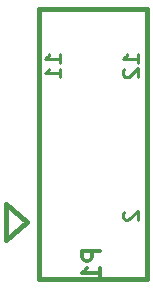
<source format=gbo>
G04 (created by PCBNEW-RS274X (2011-07-19)-testing) date Mon 24 Oct 2011 06:11:12 PM PDT*
G01*
G70*
G90*
%MOIN*%
G04 Gerber Fmt 3.4, Leading zero omitted, Abs format*
%FSLAX34Y34*%
G04 APERTURE LIST*
%ADD10C,0.006000*%
%ADD11C,0.015000*%
%ADD12C,0.012000*%
%ADD13C,0.010000*%
G04 APERTURE END LIST*
G54D10*
G54D11*
X55800Y-21500D02*
X55800Y-20500D01*
X55800Y-20500D02*
X52200Y-20500D01*
X52200Y-20500D02*
X52200Y-21500D01*
X51800Y-27600D02*
X51100Y-28200D01*
X51100Y-28200D02*
X51100Y-27100D01*
X51100Y-27100D02*
X51100Y-27000D01*
X51100Y-27000D02*
X51800Y-27600D01*
X55800Y-29500D02*
X55800Y-21500D01*
X52200Y-21500D02*
X52200Y-29500D01*
X52200Y-29500D02*
X55800Y-29500D01*
G54D12*
X54243Y-28558D02*
X53643Y-28558D01*
X53643Y-28786D01*
X53671Y-28844D01*
X53700Y-28872D01*
X53757Y-28901D01*
X53843Y-28901D01*
X53900Y-28872D01*
X53929Y-28844D01*
X53957Y-28786D01*
X53957Y-28558D01*
X54243Y-29472D02*
X54243Y-29129D01*
X54243Y-29301D02*
X53643Y-29301D01*
X53729Y-29244D01*
X53786Y-29186D01*
X53814Y-29129D01*
G54D13*
X55502Y-22305D02*
X55502Y-22019D01*
X55502Y-22162D02*
X55002Y-22162D01*
X55074Y-22114D01*
X55121Y-22067D01*
X55145Y-22019D01*
X55050Y-22495D02*
X55026Y-22519D01*
X55002Y-22567D01*
X55002Y-22686D01*
X55026Y-22733D01*
X55050Y-22757D01*
X55098Y-22781D01*
X55145Y-22781D01*
X55217Y-22757D01*
X55502Y-22471D01*
X55502Y-22781D01*
X52902Y-22305D02*
X52902Y-22019D01*
X52902Y-22162D02*
X52402Y-22162D01*
X52474Y-22114D01*
X52521Y-22067D01*
X52545Y-22019D01*
X52902Y-22781D02*
X52902Y-22495D01*
X52902Y-22638D02*
X52402Y-22638D01*
X52474Y-22590D01*
X52521Y-22543D01*
X52545Y-22495D01*
X55050Y-27257D02*
X55026Y-27281D01*
X55002Y-27329D01*
X55002Y-27448D01*
X55026Y-27495D01*
X55050Y-27519D01*
X55098Y-27543D01*
X55145Y-27543D01*
X55217Y-27519D01*
X55502Y-27233D01*
X55502Y-27543D01*
M02*

</source>
